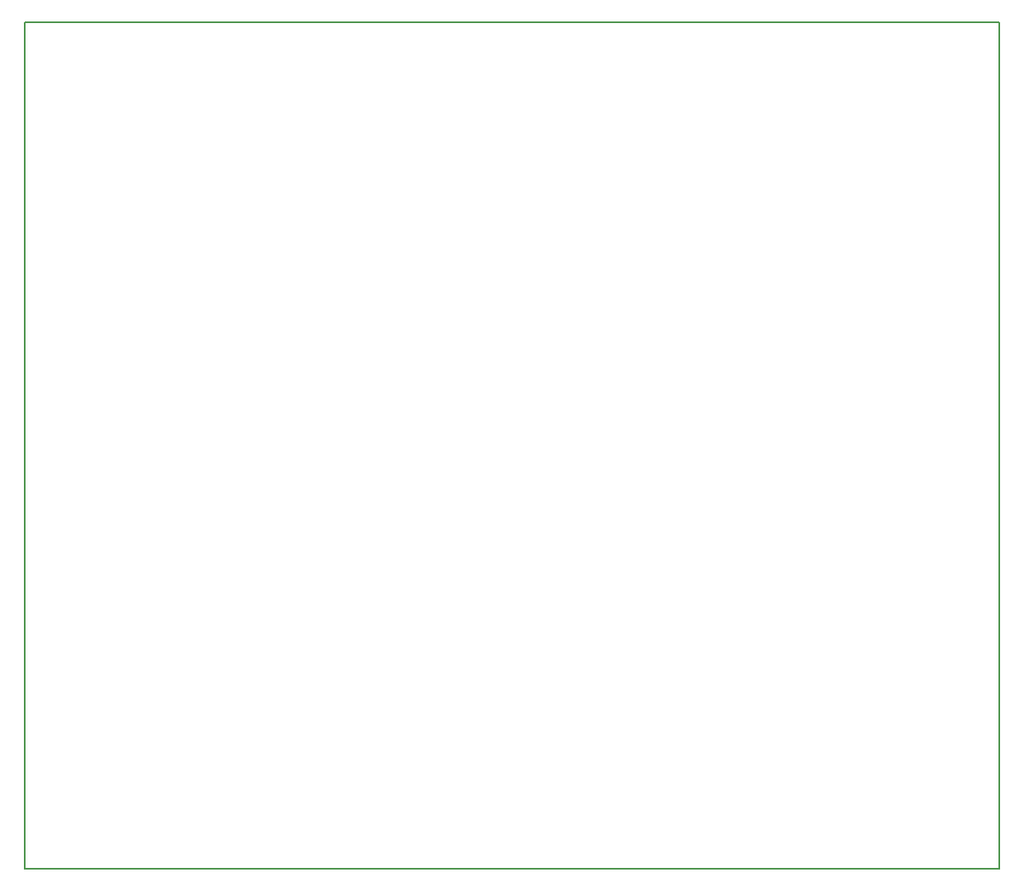
<source format=gm1>
G04 #@! TF.FileFunction,Profile,NP*
%FSLAX46Y46*%
G04 Gerber Fmt 4.6, Leading zero omitted, Abs format (unit mm)*
G04 Created by KiCad (PCBNEW 4.0.5) date 03/29/17 16:27:12*
%MOMM*%
%LPD*%
G01*
G04 APERTURE LIST*
%ADD10C,0.100000*%
%ADD11C,0.150000*%
G04 APERTURE END LIST*
D10*
D11*
X200000000Y-50000000D02*
X200000000Y-137000000D01*
X100000000Y-50000000D02*
X100000000Y-137000000D01*
X100000000Y-137000000D02*
X200000000Y-137000000D01*
X100000000Y-50000000D02*
X200000000Y-50000000D01*
M02*

</source>
